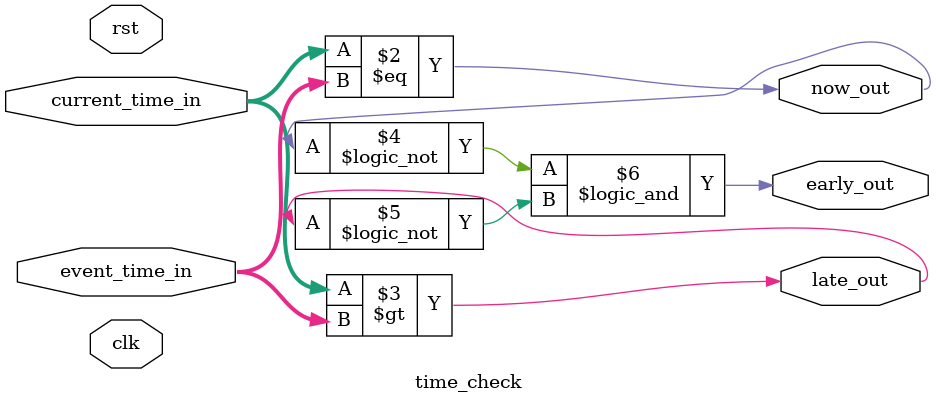
<source format=sv>

module time_check
    (
     input logic  clk,
     input logic  rst,
     // Current system time
     input [63:0] current_time_in,
     // Time stamp to compare
     input [63:0] event_time_in,
     // Flags
     output logic early_out,
     output logic now_out,
     output logic late_out
     );

    //
    // Pure combinatorial evaluation
    // NOTE: Good chance will have to revisit this and make
    // pipelined logic to close high speed clock timing.
    //
    always_comb begin
        now_out = (current_time_in == event_time_in);
        late_out = (current_time_in > event_time_in);
        early_out = !now_out && !late_out;
    end

    //
    // 1 stage pipeline version
    // (NOTE: left this here in case it becomes apparent in early implementation we have timing closure issues)
    /*
     logic [63:0] time_delta;

     always_ff @(posedge clk) begin
     if (rst) begin
     time_delta <= 64'b0;
      end else begin
     time_delta <= event_time_in - current_time_in;
      end
   end

     always_comb begin
     now_out = ~(|time_delta);
     late_out = time_delta[63];
     early_out = !now_out && !late_out;
   end
     */


endmodule // time_check

</source>
